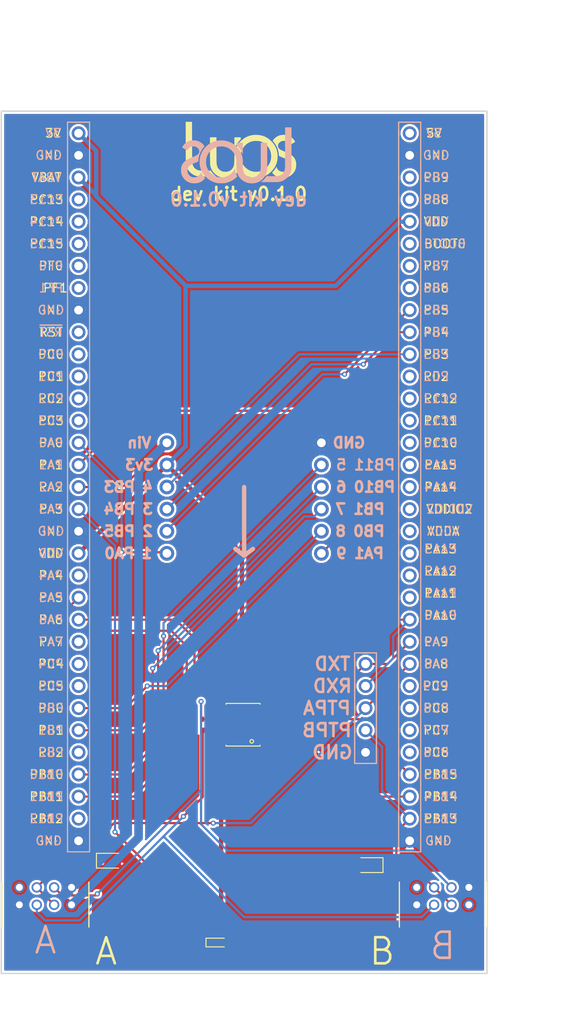
<source format=kicad_pcb>
(kicad_pcb (version 20171130) (host pcbnew "(5.0.1-3-g963ef8bb5)")
  (layers (0 F.Cu signal) (31 B.Cu signal) (34 B.Paste user) (35 F.Paste user) (36 B.SilkS user) (37 F.SilkS user) (38 B.Mask user hide) (39 F.Mask user) (44 Edge.Cuts user))
  (net 0 "")
  (net 1 /Vin)
  (net 2 /RS485_LVL_DOWN)
  (net 3 /RS485_LVL_UP)
  (net 4 /RxD)
  (net 5 /RE)
  (net 6 /DE)
  (net 7 /TxD)
  (net 8 GND)
  (net 9 /A_RS_485_N)
  (net 10 /B_RS_485_P)
  (net 11 +3V3)
  (net 12 +5VP)
  (net 13 /PTPA)
  (net 14 /PTPB)
  (net 15 "Net-(J5-Pad49)")
  (net 16 "Net-(D5-Pad1)")
  (net 17 "Net-(J5-Pad50)")
  (net 18 /PTPB_PRO)
  (net 19 /PTPA_PRO)
  (net 20 "Net-(J5-Pad63)")
  (net 21 "Net-(J5-Pad62)")
  (net 22 "Net-(J5-Pad61)")
  (net 23 "Net-(J5-Pad60)")
  (net 24 "Net-(J5-Pad59)")
  (net 25 "Net-(J5-Pad57)")
  (net 26 "Net-(J5-Pad56)")
  (net 27 "Net-(J5-Pad55)")
  (net 28 "Net-(J5-Pad54)")
  (net 29 "Net-(J5-Pad53)")
  (net 30 /TIM2.1/ADC0)
  (net 31 /TIM2.2/ADC1)
  (net 32 "Net-(J5-Pad46)")
  (net 33 "Net-(J5-Pad43)")
  (net 34 "Net-(J5-Pad42)")
  (net 35 "Net-(J5-Pad41)")
  (net 36 /TIM3.3)
  (net 37 /TIM3.4)
  (net 38 "Net-(J5-Pad38)")
  (net 39 /TX/SCL/TIM2.3)
  (net 40 /RX/SDA/TIM2.4)
  (net 41 "Net-(J5-Pad35)")
  (net 42 "Net-(J5-Pad29)")
  (net 43 "Net-(J5-Pad28)")
  (net 44 "Net-(J5-Pad27)")
  (net 45 "Net-(J5-Pad26)")
  (net 46 "Net-(J5-Pad22)")
  (net 47 "Net-(J5-Pad21)")
  (net 48 "Net-(J5-Pad20)")
  (net 49 "Net-(J5-Pad19)")
  (net 50 "Net-(J5-Pad18)")
  (net 51 "Net-(J5-Pad17)")
  (net 52 "Net-(J5-Pad16)")
  (net 53 "Net-(J5-Pad15)")
  (net 54 "Net-(J5-Pad14)")
  (net 55 "Net-(J5-Pad13)")
  (net 56 "Net-(J5-Pad12)")
  (net 57 /SCK/CK)
  (net 58 /MISO/MCK)
  (net 59 /MOSI/SD)
  (net 60 "Net-(J5-Pad8)")
  (net 61 "Net-(J5-Pad7)")
  (net 62 "Net-(J5-Pad6)")
  (net 63 "Net-(J5-Pad4)")
  (net 64 "Net-(J5-Pad3)")
  (module Common_Footprint:Luos_logo (layer B.Cu) (at 40.177501 30.167501 180)
    (fp_text reference "" hide)
    (fp_text value "" hide)
  )
  (module Common_Footprint:826926-5 (layer B.Cu) (at 55.417501 93.667501 90)
    (fp_text reference J6 hide)
    (fp_text value Header5Contacts hide)
    (pad 1 thru_hole circle (at -5.08 0 90) (size 1.6 1.6) (drill 1) (layers *.Cu *.Mask) (net 8 GND))
    (pad 2 thru_hole circle (at -2.54 0 90) (size 1.6 1.6) (drill 1) (layers *.Cu *.Mask) (net 14 /PTPB))
    (pad 3 thru_hole circle (at 0 0 90) (size 1.6 1.6) (drill 1) (layers *.Cu *.Mask) (net 13 /PTPA))
    (pad 4 thru_hole circle (at 2.54 0 90) (size 1.6 1.6) (drill 1) (layers *.Cu *.Mask) (net 4 /RxD))
    (pad 5 thru_hole circle (at 5.08 0 90) (size 1.6 1.6) (drill 1) (layers *.Cu *.Mask) (net 7 /TxD))
  )
  (module Common_Footprint:Discovery_Socket (layer B.Cu) (at 41.446502 68.266502 180)
    (fp_text reference J5)
    (fp_text value Discovery_Socket)
    (fp_text user 3V (at 21.971 40.64 180) (layer B.SilkS) (effects (justify mirror)))
    (fp_text user GND (at 22.479 38.1 180) (layer B.SilkS) (effects (justify mirror)))
    (fp_text user VBAT (at 22.733 35.56 180) (layer B.SilkS) (effects (justify mirror)))
    (fp_text user PC13 (at 22.733 33.02 180) (layer B.SilkS) (effects (justify mirror)))
    (fp_text user PC14 (at 22.733 30.48 180) (layer B.SilkS) (effects (justify mirror)))
    (fp_text user PC15 (at 22.733 27.94 180) (layer B.SilkS) (effects (justify mirror)))
    (fp_text user PF0 (at 22.225 25.4 180) (layer B.SilkS) (effects (justify mirror)))
    (fp_text user 3V (at 21.971 40.64 180) (layer F.SilkS))
    (fp_text user GND (at 22.479 38.1 180) (layer F.SilkS))
    (fp_text user VBAT (at 22.733 35.56 180) (layer F.SilkS))
    (fp_text user PC13 (at 22.733 33.02 180) (layer F.SilkS))
    (fp_text user PC14 (at 22.733 30.48 180) (layer F.SilkS))
    (fp_text user PC15 (at 22.733 27.94 180) (layer F.SilkS))
    (fp_text user PF0 (at 22.225 25.4 180) (layer F.SilkS))
    (fp_text user VDD (at 22.225 -7.62 180) (layer B.SilkS) (effects (justify mirror)))
    (fp_text user PA4 (at 22.225 -10.16 180) (layer B.SilkS) (effects (justify mirror)))
    (fp_text user PA5 (at 22.225 -12.7 180) (layer B.SilkS) (effects (justify mirror)))
    (fp_text user PA6 (at 22.225 -15.24 180) (layer B.SilkS) (effects (justify mirror)))
    (fp_text user PA7 (at 22.225 -17.78 180) (layer B.SilkS) (effects (justify mirror)))
    (fp_text user PC4 (at 22.225 -20.32 180) (layer B.SilkS) (effects (justify mirror)))
    (fp_text user PC5 (at 22.225 -22.86 180) (layer B.SilkS) (effects (justify mirror)))
    (fp_text user PB0 (at 22.225 -25.4 180) (layer B.SilkS) (effects (justify mirror)))
    (fp_text user PB1 (at 22.225 -27.94 180) (layer B.SilkS) (effects (justify mirror)))
    (fp_text user PB2 (at 22.225 -30.48 180) (layer B.SilkS) (effects (justify mirror)))
    (fp_text user PB10 (at 22.733 -33.02 180) (layer B.SilkS) (effects (justify mirror)))
    (fp_text user PB11 (at 22.733 -35.56 180) (layer B.SilkS) (effects (justify mirror)))
    (fp_text user PB12 (at 22.733 -38.1 180) (layer B.SilkS) (effects (justify mirror)))
    (fp_text user PC3 (at 22.225 7.62 180) (layer F.SilkS))
    (fp_text user PC2 (at 22.225 10.16 180) (layer B.SilkS) (effects (justify mirror)))
    (fp_text user PC1 (at 22.225 12.7 180) (layer F.SilkS))
    (fp_text user PC0 (at 22.225 15.24 180) (layer F.SilkS))
    (fp_text user ~RST (at 22.225 17.78 180) (layer F.SilkS))
    (fp_text user PC3 (at 22.225 7.62 180) (layer B.SilkS) (effects (justify mirror)))
    (fp_text user PC2 (at 22.225 10.16 180) (layer F.SilkS))
    (fp_text user PC1 (at 22.225 12.7 180) (layer B.SilkS) (effects (justify mirror)))
    (fp_text user PC0 (at 22.225 15.24 180) (layer B.SilkS) (effects (justify mirror)))
    (fp_text user ~RST (at 22.225 17.78 180) (layer B.SilkS) (effects (justify mirror)))
    (fp_text user PA1 (at 22.225 2.54 180) (layer B.SilkS) (effects (justify mirror)))
    (fp_text user PA0 (at 22.225 5.08 180) (layer B.SilkS) (effects (justify mirror)))
    (fp_text user PA0 (at 22.225 5.08 180) (layer F.SilkS))
    (fp_text user GND (at 22.225 -5.08 180) (layer B.SilkS) (effects (justify mirror)))
    (fp_text user PA3 (at 22.225 -2.54 180) (layer B.SilkS) (effects (justify mirror)))
    (fp_text user PA2 (at 22.225 0 180) (layer B.SilkS) (effects (justify mirror)))
    (fp_text user PA2 (at 22.225 0 180) (layer F.SilkS))
    (fp_text user GND (at 22.225 -5.08 180) (layer F.SilkS))
    (fp_text user PA1 (at 22.225 2.54 180) (layer F.SilkS))
    (fp_text user PA3 (at 22.225 -2.54 180) (layer F.SilkS))
    (fp_text user GND (at 22.225 20.32 180) (layer F.SilkS))
    (fp_text user GND (at 22.225 20.32 180) (layer B.SilkS) (effects (justify mirror)))
    (fp_text user PF1 (at 21.717 22.86 180) (layer F.SilkS))
    (fp_text user PF1 (at 22.225 22.86 180) (layer B.SilkS) (effects (justify mirror)))
    (fp_text user GND (at 22.479 -40.64 180) (layer B.SilkS) (effects (justify mirror)))
    (fp_text user GND (at 22.479 -40.64 180) (layer F.SilkS))
    (fp_text user PB12 (at 22.733 -38.1 180) (layer F.SilkS))
    (fp_text user PB11 (at 22.733 -35.56 180) (layer F.SilkS))
    (fp_text user PB10 (at 22.733 -33.02 180) (layer F.SilkS))
    (fp_text user PB2 (at 22.225 -30.48 180) (layer F.SilkS))
    (fp_text user PB1 (at 22.225 -27.94 180) (layer F.SilkS))
    (fp_text user PB0 (at 22.225 -25.4 180) (layer F.SilkS))
    (fp_text user PC5 (at 22.225 -22.86 180) (layer F.SilkS))
    (fp_text user PC4 (at 22.225 -20.32 180) (layer F.SilkS))
    (fp_text user PA7 (at 22.225 -17.78 180) (layer F.SilkS))
    (fp_text user PA6 (at 22.225 -15.24 180) (layer F.SilkS))
    (fp_text user PA5 (at 22.225 -12.7 180) (layer F.SilkS))
    (fp_text user PA4 (at 22.225 -10.16 180) (layer F.SilkS))
    (fp_text user VDD (at 22.225 -7.62 180) (layer F.SilkS))
    (fp_text user 5V (at -21.844 40.64 180) (layer B.SilkS) (effects (justify mirror)))
    (fp_text user GND (at -22.098 38.1 180) (layer B.SilkS) (effects (justify mirror)))
    (fp_text user PB9 (at -22.098 35.56 180) (layer B.SilkS) (effects (justify mirror)))
    (fp_text user PB8 (at -22.098 33.02 180) (layer B.SilkS) (effects (justify mirror)))
    (fp_text user VDD (at -22.098 30.48 180) (layer B.SilkS) (effects (justify mirror)))
    (fp_text user BOOT0 (at -23.114 27.94 180) (layer B.SilkS) (effects (justify mirror)))
    (fp_text user PB7 (at -22.098 25.4 180) (layer B.SilkS) (effects (justify mirror)))
    (fp_text user PB6 (at -22.098 22.86 180) (layer B.SilkS) (effects (justify mirror)))
    (fp_text user PB5 (at -22.098 20.32 180) (layer B.SilkS) (effects (justify mirror)))
    (fp_text user PB4 (at -22.098 17.78 180) (layer B.SilkS) (effects (justify mirror)))
    (fp_text user PB3 (at -22.098 15.24 180) (layer B.SilkS) (effects (justify mirror)))
    (fp_text user PD2 (at -22.098 12.7 180) (layer B.SilkS) (effects (justify mirror)))
    (fp_text user PC12 (at -22.606 10.16 180) (layer B.SilkS) (effects (justify mirror)))
    (fp_text user PC11 (at -22.606 7.62 180) (layer B.SilkS) (effects (justify mirror)))
    (fp_text user PC10 (at -22.606 5.08 180) (layer B.SilkS) (effects (justify mirror)))
    (fp_text user PA15 (at -22.606 2.54 180) (layer B.SilkS) (effects (justify mirror)))
    (fp_text user PA14 (at -22.606 0 180) (layer B.SilkS) (effects (justify mirror)))
    (fp_text user VDDIO2 (at -23.622 -2.54 180) (layer B.SilkS) (effects (justify mirror)))
    (fp_text user VDDA (at -22.9235 -5.08 180) (layer B.SilkS) (effects (justify mirror)))
    (fp_text user PA13 (at -22.606 -7.112 180) (layer B.SilkS) (effects (justify mirror)))
    (fp_text user PA12 (at -22.606 -9.652 180) (layer B.SilkS) (effects (justify mirror)))
    (fp_text user PA11 (at -22.606 -12.192 180) (layer B.SilkS) (effects (justify mirror)))
    (fp_text user PA10 (at -22.606 -14.732 180) (layer B.SilkS) (effects (justify mirror)))
    (fp_text user PA9 (at -22.098 -17.78 180) (layer B.SilkS) (effects (justify mirror)))
    (fp_text user PA8 (at -22.098 -20.32 180) (layer B.SilkS) (effects (justify mirror)))
    (fp_text user PC9 (at -22.0345 -22.86 180) (layer B.SilkS) (effects (justify mirror)))
    (fp_text user PC8 (at -22.098 -25.4 180) (layer B.SilkS) (effects (justify mirror)))
    (fp_text user PC7 (at -22.098 -27.94 180) (layer B.SilkS) (effects (justify mirror)))
    (fp_text user PC6 (at -22.098 -30.48 180) (layer B.SilkS) (effects (justify mirror)))
    (fp_text user PB15 (at -22.606 -33.02 180) (layer B.SilkS) (effects (justify mirror)))
    (fp_text user PB14 (at -22.606 -35.56 180) (layer B.SilkS) (effects (justify mirror)))
    (fp_text user PB13 (at -22.606 -38.1 180) (layer B.SilkS) (effects (justify mirror)))
    (fp_text user GND (at -22.352 -40.64) (layer F.SilkS))
    (fp_text user GND (at -22.352 -40.64) (layer B.SilkS) (effects (justify mirror)))
    (fp_text user PB13 (at -22.606 -38.1 180) (layer F.SilkS))
    (fp_text user PB14 (at -22.606 -35.56 180) (layer F.SilkS))
    (fp_text user PB15 (at -22.606 -33.02 180) (layer F.SilkS))
    (fp_text user PC6 (at -22.098 -30.48 180) (layer F.SilkS))
    (fp_text user PC7 (at -22.098 -27.94 180) (layer F.SilkS))
    (fp_text user PC8 (at -22.098 -25.4 180) (layer F.SilkS))
    (fp_text user PC9 (at -22.0345 -22.86 180) (layer F.SilkS))
    (fp_text user PA8 (at -22.098 -20.32 180) (layer F.SilkS))
    (fp_text user PA9 (at -22.098 -17.78 180) (layer F.SilkS))
    (fp_text user PA10 (at -22.606 -14.732 180) (layer F.SilkS))
    (fp_text user PA11 (at -22.606 -12.192 180) (layer F.SilkS))
    (fp_text user PA12 (at -22.606 -9.652 180) (layer F.SilkS))
    (fp_text user PA13 (at -22.606 -7.112 180) (layer F.SilkS))
    (fp_text user VDDA (at -22.9235 -5.08 180) (layer F.SilkS))
    (fp_text user VDDIO2 (at -23.622 -2.54 180) (layer F.SilkS))
    (fp_text user PA14 (at -22.606 0 180) (layer F.SilkS))
    (fp_text user PA15 (at -22.606 2.54 180) (layer F.SilkS))
    (fp_text user PC10 (at -22.606 5.08 180) (layer F.SilkS))
    (fp_text user PC11 (at -22.606 7.62 180) (layer F.SilkS))
    (fp_text user PC12 (at -22.606 10.16 180) (layer F.SilkS))
    (fp_text user PD2 (at -22.098 12.7 180) (layer F.SilkS))
    (fp_text user PB3 (at -22.098 15.24 180) (layer F.SilkS))
    (fp_text user PB4 (at -22.098 17.78 180) (layer F.SilkS))
    (fp_text user PB5 (at -22.098 20.32 180) (layer F.SilkS))
    (fp_text user PB6 (at -22.098 22.86 180) (layer F.SilkS))
    (fp_text user PB7 (at -22.098 25.4 180) (layer F.SilkS))
    (fp_text user BOOT0 (at -23.114 27.94 180) (layer F.SilkS))
    (fp_text user VDD (at -22.098 30.48 180) (layer F.SilkS))
    (fp_text user PB8 (at -22.098 33.02 180) (layer F.SilkS))
    (fp_text user PB9 (at -22.098 35.56 180) (layer F.SilkS))
    (fp_text user GND (at -22.098 38.1 180) (layer F.SilkS))
    (fp_text user 5V (at -21.844 40.64 180) (layer F.SilkS))
    (pad 1 thru_hole circle (at -19.05 40.64 180) (size 1.6 1.6) (drill 1) (layers *.Cu *.Mask) (net 12 +5VP))
    (pad 2 thru_hole circle (at -19.05 38.1 180) (size 1.6 1.6) (drill 1) (layers *.Cu *.Mask) (net 8 GND))
    (pad 3 thru_hole circle (at -19.05 35.56 180) (size 1.6 1.6) (drill 1) (layers *.Cu *.Mask) (net 64 "Net-(J5-Pad3)"))
    (pad 4 thru_hole circle (at -19.05 33.02 180) (size 1.6 1.6) (drill 1) (layers *.Cu *.Mask) (net 63 "Net-(J5-Pad4)"))
    (pad 5 thru_hole circle (at -19.05 30.48 180) (size 1.6 1.6) (drill 1) (layers *.Cu *.Mask) (net 11 +3V3))
    (pad 6 thru_hole circle (at -19.05 27.94 180) (size 1.6 1.6) (drill 1) (layers *.Cu *.Mask) (net 62 "Net-(J5-Pad6)"))
    (pad 7 thru_hole circle (at -19.05 25.4 180) (size 1.6 1.6) (drill 1) (layers *.Cu *.Mask) (net 61 "Net-(J5-Pad7)"))
    (pad 8 thru_hole circle (at -19.05 22.86 180) (size 1.6 1.6) (drill 1) (layers *.Cu *.Mask) (net 60 "Net-(J5-Pad8)"))
    (pad 9 thru_hole circle (at -19.05 20.32 180) (size 1.6 1.6) (drill 1) (layers *.Cu *.Mask) (net 59 /MOSI/SD))
    (pad 10 thru_hole circle (at -19.05 17.78 180) (size 1.6 1.6) (drill 1) (layers *.Cu *.Mask) (net 58 /MISO/MCK))
    (pad 11 thru_hole circle (at -19.05 15.24 180) (size 1.6 1.6) (drill 1) (layers *.Cu *.Mask) (net 57 /SCK/CK))
    (pad 12 thru_hole circle (at -19.05 12.7 180) (size 1.6 1.6) (drill 1) (layers *.Cu *.Mask) (net 56 "Net-(J5-Pad12)"))
    (pad 13 thru_hole circle (at -19.05 10.16 180) (size 1.6 1.6) (drill 1) (layers *.Cu *.Mask) (net 55 "Net-(J5-Pad13)"))
    (pad 14 thru_hole circle (at -19.05 7.62 180) (size 1.6 1.6) (drill 1) (layers *.Cu *.Mask) (net 54 "Net-(J5-Pad14)"))
    (pad 15 thru_hole circle (at -19.05 5.08 180) (size 1.6 1.6) (drill 1) (layers *.Cu *.Mask) (net 53 "Net-(J5-Pad15)"))
    (pad 16 thru_hole circle (at -19.05 2.54 180) (size 1.6 1.6) (drill 1) (layers *.Cu *.Mask) (net 52 "Net-(J5-Pad16)"))
    (pad 17 thru_hole circle (at -19.05 0 180) (size 1.6 1.6) (drill 1) (layers *.Cu *.Mask) (net 51 "Net-(J5-Pad17)"))
    (pad 18 thru_hole circle (at -19.05 -2.54 180) (size 1.6 1.6) (drill 1) (layers *.Cu *.Mask) (net 50 "Net-(J5-Pad18)"))
    (pad 19 thru_hole circle (at -19.05 -5.08 180) (size 1.6 1.6) (drill 1) (layers *.Cu *.Mask) (net 49 "Net-(J5-Pad19)"))
    (pad 20 thru_hole circle (at -19.05 -7.62 180) (size 1.6 1.6) (drill 1) (layers *.Cu *.Mask) (net 48 "Net-(J5-Pad20)"))
    (pad 21 thru_hole circle (at -19.05 -10.16 180) (size 1.6 1.6) (drill 1) (layers *.Cu *.Mask) (net 47 "Net-(J5-Pad21)"))
    (pad 22 thru_hole circle (at -19.05 -12.7 180) (size 1.6 1.6) (drill 1) (layers *.Cu *.Mask) (net 46 "Net-(J5-Pad22)"))
    (pad 23 thru_hole circle (at -19.05 -15.24 180) (size 1.6 1.6) (drill 1) (layers *.Cu *.Mask) (net 4 /RxD))
    (pad 24 thru_hole circle (at -19.05 -17.78 180) (size 1.6 1.6) (drill 1) (layers *.Cu *.Mask) (net 7 /TxD))
    (pad 25 thru_hole circle (at -19.05 -20.32 180) (size 1.6 1.6) (drill 1) (layers *.Cu *.Mask) (net 13 /PTPA))
    (pad 26 thru_hole circle (at -19.05 -22.86 180) (size 1.6 1.6) (drill 1) (layers *.Cu *.Mask) (net 45 "Net-(J5-Pad26)"))
    (pad 27 thru_hole circle (at -19.05 -25.4 180) (size 1.6 1.6) (drill 1) (layers *.Cu *.Mask) (net 44 "Net-(J5-Pad27)"))
    (pad 28 thru_hole circle (at -19.05 -27.94 180) (size 1.6 1.6) (drill 1) (layers *.Cu *.Mask) (net 43 "Net-(J5-Pad28)"))
    (pad 29 thru_hole circle (at -19.05 -30.48 180) (size 1.6 1.6) (drill 1) (layers *.Cu *.Mask) (net 42 "Net-(J5-Pad29)"))
    (pad 30 thru_hole circle (at -19.05 -33.02 180) (size 1.6 1.6) (drill 1) (layers *.Cu *.Mask) (net 6 /DE))
    (pad 31 thru_hole circle (at -19.05 -35.56 180) (size 1.6 1.6) (drill 1) (layers *.Cu *.Mask) (net 5 /RE))
    (pad 32 thru_hole circle (at -19.05 -38.1 180) (size 1.6 1.6) (drill 1) (layers *.Cu *.Mask) (net 14 /PTPB))
    (pad 33 thru_hole circle (at -19.05 -40.64 180) (size 1.6 1.6) (drill 1) (layers *.Cu *.Mask) (net 8 GND))
    (pad 34 thru_hole circle (at 19.05 -40.64) (size 1.6 1.6) (drill 1) (layers *.Cu *.Mask) (net 8 GND))
    (pad 35 thru_hole circle (at 19.05 -38.1) (size 1.6 1.6) (drill 1) (layers *.Cu *.Mask) (net 41 "Net-(J5-Pad35)"))
    (pad 36 thru_hole circle (at 19.05 -35.56) (size 1.6 1.6) (drill 1) (layers *.Cu *.Mask) (net 40 /RX/SDA/TIM2.4))
    (pad 37 thru_hole circle (at 19.05 -33.02) (size 1.6 1.6) (drill 1) (layers *.Cu *.Mask) (net 39 /TX/SCL/TIM2.3))
    (pad 38 thru_hole circle (at 19.05 -30.48) (size 1.6 1.6) (drill 1) (layers *.Cu *.Mask) (net 38 "Net-(J5-Pad38)"))
    (pad 39 thru_hole circle (at 19.05 -27.94) (size 1.6 1.6) (drill 1) (layers *.Cu *.Mask) (net 37 /TIM3.4))
    (pad 40 thru_hole circle (at 19.05 -25.4) (size 1.6 1.6) (drill 1) (layers *.Cu *.Mask) (net 36 /TIM3.3))
    (pad 41 thru_hole circle (at 19.05 -22.86) (size 1.6 1.6) (drill 1) (layers *.Cu *.Mask) (net 35 "Net-(J5-Pad41)"))
    (pad 42 thru_hole circle (at 19.05 -20.32) (size 1.6 1.6) (drill 1) (layers *.Cu *.Mask) (net 34 "Net-(J5-Pad42)"))
    (pad 43 thru_hole circle (at 19.05 -17.78) (size 1.6 1.6) (drill 1) (layers *.Cu *.Mask) (net 33 "Net-(J5-Pad43)"))
    (pad 44 thru_hole circle (at 19.05 -15.24) (size 1.6 1.6) (drill 1) (layers *.Cu *.Mask) (net 3 /RS485_LVL_UP))
    (pad 45 thru_hole circle (at 19.05 -12.7) (size 1.6 1.6) (drill 1) (layers *.Cu *.Mask) (net 2 /RS485_LVL_DOWN))
    (pad 46 thru_hole circle (at 19.05 -10.16) (size 1.6 1.6) (drill 1) (layers *.Cu *.Mask) (net 32 "Net-(J5-Pad46)"))
    (pad 47 thru_hole circle (at 19.05 -7.62) (size 1.6 1.6) (drill 1) (layers *.Cu *.Mask) (net 11 +3V3))
    (pad 48 thru_hole circle (at 19.05 -5.08) (size 1.6 1.6) (drill 1) (layers *.Cu *.Mask) (net 8 GND))
    (pad 49 thru_hole circle (at 19.05 -2.54) (size 1.6 1.6) (drill 1) (layers *.Cu *.Mask) (net 15 "Net-(J5-Pad49)"))
    (pad 50 thru_hole circle (at 19.05 0) (size 1.6 1.6) (drill 1) (layers *.Cu *.Mask) (net 17 "Net-(J5-Pad50)"))
    (pad 51 thru_hole circle (at 19.05 2.54) (size 1.6 1.6) (drill 1) (layers *.Cu *.Mask) (net 31 /TIM2.2/ADC1))
    (pad 52 thru_hole circle (at 19.05 5.08) (size 1.6 1.6) (drill 1) (layers *.Cu *.Mask) (net 30 /TIM2.1/ADC0))
    (pad 53 thru_hole circle (at 19.05 7.62) (size 1.6 1.6) (drill 1) (layers *.Cu *.Mask) (net 29 "Net-(J5-Pad53)"))
    (pad 54 thru_hole circle (at 19.05 10.16) (size 1.6 1.6) (drill 1) (layers *.Cu *.Mask) (net 28 "Net-(J5-Pad54)"))
    (pad 55 thru_hole circle (at 19.05 12.7) (size 1.6 1.6) (drill 1) (layers *.Cu *.Mask) (net 27 "Net-(J5-Pad55)"))
    (pad 56 thru_hole circle (at 19.05 15.24) (size 1.6 1.6) (drill 1) (layers *.Cu *.Mask) (net 26 "Net-(J5-Pad56)"))
    (pad 57 thru_hole circle (at 19.05 17.78) (size 1.6 1.6) (drill 1) (layers *.Cu *.Mask) (net 25 "Net-(J5-Pad57)"))
    (pad 58 thru_hole circle (at 19.05 20.32) (size 1.6 1.6) (drill 1) (layers *.Cu *.Mask) (net 8 GND))
    (pad 59 thru_hole circle (at 19.05 22.86) (size 1.6 1.6) (drill 1) (layers *.Cu *.Mask) (net 24 "Net-(J5-Pad59)"))
    (pad 60 thru_hole circle (at 19.05 25.4) (size 1.6 1.6) (drill 1) (layers *.Cu *.Mask) (net 23 "Net-(J5-Pad60)"))
    (pad 61 thru_hole circle (at 19.05 27.94) (size 1.6 1.6) (drill 1) (layers *.Cu *.Mask) (net 22 "Net-(J5-Pad61)"))
    (pad 62 thru_hole circle (at 19.05 30.48) (size 1.6 1.6) (drill 1) (layers *.Cu *.Mask) (net 21 "Net-(J5-Pad62)"))
    (pad 63 thru_hole circle (at 19.05 33.02) (size 1.6 1.6) (drill 1) (layers *.Cu *.Mask) (net 20 "Net-(J5-Pad63)"))
    (pad 64 thru_hole circle (at 19.05 35.56) (size 1.6 1.6) (drill 1) (layers *.Cu *.Mask) (net 11 +3V3))
    (pad 65 thru_hole circle (at 19.05 38.1) (size 1.6 1.6) (drill 1) (layers *.Cu *.Mask) (net 8 GND))
    (pad 66 thru_hole circle (at 19.05 40.64) (size 1.6 1.6) (drill 1) (layers *.Cu *.Mask) (net 11 +3V3))
  )
  (module Common_Footprint:826926-6 (layer B.Cu) (at 50.337501 69.537501 270)
    (fp_text reference J4)
    (fp_text value Header6Contacts hide)
    (pad 3 thru_hole circle (at -1.27 0 270) (size 1.7 1.7) (drill 1) (layers *.Cu *.Mask) (net 39 /TX/SCL/TIM2.3))
    (pad 4 thru_hole circle (at 1.27 0 270) (size 1.7 1.7) (drill 1) (layers *.Cu *.Mask) (net 37 /TIM3.4))
    (pad 2 thru_hole circle (at -3.81 0 270) (size 1.7 1.7) (drill 1) (layers *.Cu *.Mask) (net 40 /RX/SDA/TIM2.4))
    (pad 1 thru_hole circle (at -6.35 0 270) (size 1.7 1.7) (drill 1) (layers *.Cu *.Mask) (net 8 GND))
    (pad 5 thru_hole circle (at 3.81 0 270) (size 1.7 1.7) (drill 1) (layers *.Cu *.Mask) (net 36 /TIM3.3))
    (pad 6 thru_hole circle (at 6.35 0 270) (size 1.7 1.7) (drill 1) (layers *.Cu *.Mask) (net 31 /TIM2.2/ADC1))
  )
  (module Common_Footprint:826926-6 (layer B.Cu) (at 32.557501 69.537501 90)
    (fp_text reference J3)
    (fp_text value Header6Contacts hide)
    (pad 6 thru_hole circle (at 6.35 0 90) (size 1.7 1.7) (drill 1) (layers *.Cu *.Mask) (net 1 /Vin))
    (pad 5 thru_hole circle (at 3.81 0 90) (size 1.7 1.7) (drill 1) (layers *.Cu *.Mask) (net 11 +3V3))
    (pad 1 thru_hole circle (at -6.35 0 90) (size 1.7 1.7) (drill 1) (layers *.Cu *.Mask) (net 30 /TIM2.1/ADC0))
    (pad 2 thru_hole circle (at -3.81 0 90) (size 1.7 1.7) (drill 1) (layers *.Cu *.Mask) (net 59 /MOSI/SD))
    (pad 4 thru_hole circle (at 1.27 0 90) (size 1.7 1.7) (drill 1) (layers *.Cu *.Mask) (net 57 /SCK/CK))
    (pad 3 thru_hole circle (at -1.27 0 90) (size 1.7 1.7) (drill 1) (layers *.Cu *.Mask) (net 58 /MISO/MCK))
  )
  (module Common_Footprint:C_0402_NoSilk (layer F.Cu) (at 40.727501 92.397501 180)
    (fp_text reference C7 hide)
    (fp_text value 100nF hide)
    (pad 1 smd rect (at -0.55 0 180) (size 0.6 0.5) (layers F.Cu F.Paste F.Mask) (net 11 +3V3))
    (pad 2 smd rect (at 0.55 0 180) (size 0.6 0.5) (layers F.Cu F.Paste F.Mask) (net 8 GND))
  )
  (module "Common_Footprint:DF11-8DP-2DS(24)" (layer F.Cu) (at 18.587501 115.257501 180)
    (fp_text reference J2)
    (fp_text value "DF11-8DP-2DS(24)" hide)
    (pad 8 thru_hole circle (at -3 -1 180) (size 1.2 1.2) (drill 0.8) (layers *.Cu *.Mask) (net 1 /Vin))
    (pad 7 thru_hole circle (at -3 1 180) (size 1.2 1.2) (drill 0.8) (layers *.Cu *.Mask) (net 8 GND))
    (pad 6 thru_hole circle (at -1 -1 180) (size 1.2 1.2) (drill 0.8) (layers *.Cu *.Mask) (net 19 /PTPA_PRO))
    (pad 5 thru_hole circle (at -1 1 180) (size 1.2 1.2) (drill 0.8) (layers *.Cu *.Mask) (net 9 /A_RS_485_N))
    (pad 4 thru_hole circle (at 1 -1 180) (size 1.2 1.2) (drill 0.8) (layers *.Cu *.Mask) (net 10 /B_RS_485_P))
    (pad 3 thru_hole circle (at 1 1 180) (size 1.2 1.2) (drill 0.8) (layers *.Cu *.Mask) (net 19 /PTPA_PRO))
    (pad 2 thru_hole circle (at 3 -1 180) (size 1.2 1.2) (drill 0.8) (layers *.Cu *.Mask) (net 8 GND))
    (pad 1 thru_hole circle (at 3 1 180) (size 1.2 1.2) (drill 0.8) (layers *.Cu *.Mask) (net 1 /Vin))
  )
  (module "Common_Footprint:DF11-8DP-2DS(24)" (layer F.Cu) (at 64.307501 115.257501 180)
    (fp_text reference J1)
    (fp_text value "DF11-8DP-2DS(24)" hide)
    (pad 1 thru_hole circle (at 3 1 180) (size 1.2 1.2) (drill 0.8) (layers *.Cu *.Mask) (net 1 /Vin))
    (pad 2 thru_hole circle (at 3 -1 180) (size 1.2 1.2) (drill 0.8) (layers *.Cu *.Mask) (net 8 GND))
    (pad 3 thru_hole circle (at 1 1 180) (size 1.2 1.2) (drill 0.8) (layers *.Cu *.Mask) (net 18 /PTPB_PRO))
    (pad 4 thru_hole circle (at 1 -1 180) (size 1.2 1.2) (drill 0.8) (layers *.Cu *.Mask) (net 10 /B_RS_485_P))
    (pad 5 thru_hole circle (at -1 1 180) (size 1.2 1.2) (drill 0.8) (layers *.Cu *.Mask) (net 9 /A_RS_485_N))
    (pad 6 thru_hole circle (at -1 -1 180) (size 1.2 1.2) (drill 0.8) (layers *.Cu *.Mask) (net 18 /PTPB_PRO))
    (pad 7 thru_hole circle (at -3 1 180) (size 1.2 1.2) (drill 0.8) (layers *.Cu *.Mask) (net 8 GND))
    (pad 8 thru_hole circle (at -3 -1 180) (size 1.2 1.2) (drill 0.8) (layers *.Cu *.Mask) (net 1 /Vin))
  )
  (module Common_Footprint:D_SOD-323F (layer F.Cu) (at 25.953501 111.193501)
    (fp_text reference D3 hide)
    (fp_text value D_Zener hide)
    (pad 2 smd rect (at 1.1 0) (size 0.5 0.5) (layers F.Cu F.Paste F.Mask) (net 8 GND))
    (pad 1 smd rect (at -1.1 0) (size 0.5 0.5) (layers F.Cu F.Paste F.Mask) (net 13 /PTPA))
  )
  (module Common_Footprint:D_SOD-323F (layer F.Cu) (at 55.925501 111.701501 180)
    (fp_text reference D2 hide)
    (fp_text value D_Zener hide)
    (pad 1 smd rect (at -1.1 0 180) (size 0.5 0.5) (layers F.Cu F.Paste F.Mask) (net 14 /PTPB))
    (pad 2 smd rect (at 1.1 0 180) (size 0.5 0.5) (layers F.Cu F.Paste F.Mask) (net 8 GND))
  )
  (module Common_Footprint:LED_0603 (layer F.Cu) (at 38.361501 120.591501)
    (fp_text reference D5)
    (fp_text value SMLE13BC8TT86)
    (pad 1 smd rect (at -0.8 0 180) (size 0.8 0.8) (layers F.Cu F.Paste F.Mask) (net 16 "Net-(D5-Pad1)"))
    (pad 2 smd rect (at 0.8 0 180) (size 0.8 0.8) (layers F.Cu F.Paste F.Mask) (net 11 +3V3))
  )
  (module Common_Footprint:R_0402_NoSilk (layer F.Cu) (at 36.182501 94.937501 180)
    (fp_text reference R7)
    (fp_text value 10K hide)
    (pad 2 smd rect (at 0.45 0 180) (size 0.4 0.6) (layers F.Cu F.Paste F.Mask) (net 3 /RS485_LVL_UP))
    (pad 1 smd rect (at -0.45 0 180) (size 0.4 0.6) (layers F.Cu F.Paste F.Mask) (net 9 /A_RS_485_N))
  )
  (module Common_Footprint:R_0402_NoSilk (layer F.Cu) (at 36.240501 96.207501)
    (fp_text reference R6)
    (fp_text value 10K hide)
    (pad 1 smd rect (at -0.45 0) (size 0.4 0.6) (layers F.Cu F.Paste F.Mask) (net 2 /RS485_LVL_DOWN))
    (pad 2 smd rect (at 0.45 0) (size 0.4 0.6) (layers F.Cu F.Paste F.Mask) (net 10 /B_RS_485_P))
  )
  (module Common_Footprint:R_0402_NoSilk (layer F.Cu) (at 22.905501 111.193501 180)
    (fp_text reference R2)
    (fp_text value 100 hide)
    (pad 1 smd rect (at -0.45 0 180) (size 0.4 0.6) (layers F.Cu F.Paste F.Mask) (net 13 /PTPA))
    (pad 2 smd rect (at 0.45 0 180) (size 0.4 0.6) (layers F.Cu F.Paste F.Mask) (net 19 /PTPA_PRO))
  )
  (module Common_Footprint:R_0402_NoSilk (layer F.Cu) (at 59.412501 111.701501)
    (fp_text reference R1)
    (fp_text value 100 hide)
    (pad 2 smd rect (at 0.45 0) (size 0.4 0.6) (layers F.Cu F.Paste F.Mask) (net 18 /PTPB_PRO))
    (pad 1 smd rect (at -0.45 0) (size 0.4 0.6) (layers F.Cu F.Paste F.Mask) (net 14 /PTPB))
  )
  (module Common_Footprint:R_0402_NoSilk (layer F.Cu) (at 25.641501 68.140501)
    (fp_text reference R11)
    (fp_text value 68K hide)
    (pad 2 smd rect (at 0.45 0) (size 0.4 0.6) (layers F.Cu F.Paste F.Mask) (net 1 /Vin))
    (pad 1 smd rect (at -0.45 0) (size 0.4 0.6) (layers F.Cu F.Paste F.Mask) (net 17 "Net-(J5-Pad50)"))
  )
  (module Common_Footprint:R_0402_NoSilk (layer F.Cu) (at 25.699501 69.283501 180)
    (fp_text reference R12)
    (fp_text value 10K hide)
    (pad 1 smd rect (at -0.45 0 180) (size 0.4 0.6) (layers F.Cu F.Paste F.Mask) (net 8 GND))
    (pad 2 smd rect (at 0.45 0 180) (size 0.4 0.6) (layers F.Cu F.Paste F.Mask) (net 17 "Net-(J5-Pad50)"))
  )
  (module Common_Footprint:R_0402_NoSilk (layer F.Cu) (at 34.843501 118.490501 90)
    (fp_text reference R13)
    (fp_text value 82 hide)
    (pad 2 smd rect (at 0.45 0 90) (size 0.4 0.6) (layers F.Cu F.Paste F.Mask) (net 15 "Net-(J5-Pad49)"))
    (pad 1 smd rect (at -0.45 0 90) (size 0.4 0.6) (layers F.Cu F.Paste F.Mask) (net 16 "Net-(D5-Pad1)"))
  )
  (module Common_Footprint:SO8 (layer F.Cu) (at 41.3215 95.5735 90)
    (fp_text reference U1)
    (fp_text value ST3485ECDR hide)
    (pad 6 smd rect (at 0.635 -2.525 270) (size 0.61 1.77) (layers F.Cu F.Paste F.Mask) (net 9 /A_RS_485_N))
    (pad 8 smd rect (at -1.905 -2.525 270) (size 0.61 1.77) (layers F.Cu F.Paste F.Mask) (net 11 +3V3))
    (pad 7 smd rect (at -0.635 -2.525 270) (size 0.61 1.77) (layers F.Cu F.Paste F.Mask) (net 10 /B_RS_485_P))
    (pad 5 smd rect (at 1.905 -2.525 270) (size 0.61 1.77) (layers F.Cu F.Paste F.Mask) (net 8 GND))
    (pad 4 smd rect (at 1.905 2.525 90) (size 0.61 1.77) (layers F.Cu F.Paste F.Mask) (net 7 /TxD))
    (pad 3 smd rect (at 0.635 2.525 90) (size 0.61 1.77) (layers F.Cu F.Paste F.Mask) (net 6 /DE))
    (pad 2 smd rect (at -0.635 2.525 90) (size 0.61 1.77) (layers F.Cu F.Paste F.Mask) (net 5 /RE))
    (pad 1 smd rect (at -1.905 2.525 90) (size 0.61 1.77) (layers F.Cu F.Paste F.Mask) (net 4 /RxD))
  )
  (module Common_Footprint:Luos_logo (layer F.Cu) (at 41.447501 29.532501)
    (fp_text reference "" hide)
    (fp_text value "" hide)
  )
  (gr_line (start 41.447501 76.141501) (end 40.431501 75.379501) (layer B.SilkS) (width 0.5))
  (gr_line (start 41.447501 76.141501) (end 42.463501 75.379501) (layer B.SilkS) (width 0.5))
  (gr_line (start 41.447501 68.267501) (end 41.447501 76.141501) (layer B.SilkS) (width 0.5))
  (gr_text GND (at 51.607501 98.747501) (layer B.SilkS) (effects (font (size 1.5 1.5) (thickness 0.3)) (justify mirror)))
  (gr_text PTPB (at 50.972501 96.207501) (layer B.SilkS) (effects (font (size 1.5 1.5) (thickness 0.3)) (justify mirror)))
  (gr_text PTPA (at 50.972501 93.667501) (layer B.SilkS) (effects (font (size 1.5 1.5) (thickness 0.3)) (justify mirror)))
  (gr_text RXD (at 51.607501 91.127501) (layer B.SilkS) (effects (font (size 1.5 1.5) (thickness 0.3)) (justify mirror)))
  (gr_text TXD (at 51.607501 88.587501) (layer B.SilkS) (effects (font (size 1.5 1.5) (thickness 0.3)) (justify mirror)))
  (gr_text "dev kit v0.1.0" (at 40.812501 35.247501) (layer B.SilkS) (effects (font (size 1.5 1.5) (thickness 0.3)) (justify mirror)))
  (gr_text "dev kit v0.1.0" (at 40.812501 34.612501) (layer F.SilkS) (effects (font (size 1.5 1.5) (thickness 0.3))))
  (gr_text B (at 57.322501 121.607501) (layer F.SilkS) (effects (font (size 3 3) (thickness 0.3))))
  (gr_text A (at 25.572501 121.607501) (layer F.SilkS) (effects (font (size 3 3) (thickness 0.3))))
  (gr_text B (at 64.307501 120.972501) (layer B.SilkS) (effects (font (size 3 3) (thickness 0.3)) (justify mirror)))
  (gr_text A (at 18.587501 120.337501) (layer B.SilkS) (effects (font (size 3 3) (thickness 0.3)) (justify mirror)))
  (gr_text "PA1 9" (at 54.782501 75.887501) (layer B.SilkS) (effects (font (size 1.2 1.2) (thickness 0.3)) (justify mirror)))
  (gr_text "PB0 8" (at 54.782501 73.347501) (layer B.SilkS) (effects (font (size 1.2 1.2) (thickness 0.3)) (justify mirror)))
  (gr_text "PB1 7" (at 54.782501 70.807501) (layer B.SilkS) (effects (font (size 1.2 1.2) (thickness 0.3)) (justify mirror)))
  (gr_text "PB10 6" (at 55.417501 68.267501) (layer B.SilkS) (effects (font (size 1.2 1.2) (thickness 0.3)) (justify mirror)))
  (gr_text "PB11 5" (at 55.417501 65.727501) (layer B.SilkS) (effects (font (size 1.2 1.2) (thickness 0.25)) (justify mirror)))
  (gr_text GND (at 53.512501 63.187501) (layer B.SilkS) (effects (font (size 1.2 1.2) (thickness 0.3)) (justify mirror)))
  (gr_text "1 PA0" (at 28.112501 75.887501) (layer B.SilkS) (effects (font (size 1.2 1.2) (thickness 0.3)) (justify mirror)))
  (gr_text "2 PB5" (at 28.112501 73.347501) (layer B.SilkS) (effects (font (size 1.2 1.2) (thickness 0.3)) (justify mirror)))
  (gr_text "3 PB4" (at 28.112501 70.807501) (layer B.SilkS) (effects (font (size 1.2 1.2) (thickness 0.3)) (justify mirror)))
  (gr_text "4 PB3" (at 28.112501 68.267501) (layer B.SilkS) (effects (font (size 1.2 1.2) (thickness 0.3)) (justify mirror)))
  (gr_text 3v3 (at 29.382501 65.727501) (layer B.SilkS) (effects (font (size 1.2 1.2) (thickness 0.3)) (justify mirror)))
  (gr_text Vin (at 29.382501 63.187501) (layer B.SilkS) (effects (font (size 1.2 1.2) (thickness 0.3)) (justify mirror)))
  (gr_line (start 69.387501 124.147501) (end 13.507501 124.147501) (layer Edge.Cuts) (width 0.15))
  (gr_line (start 69.387501 25.087501) (end 69.387501 124.147501) (layer Edge.Cuts) (width 0.15))
  (gr_line (start 13.507501 25.087501) (end 69.387501 25.087501) (layer Edge.Cuts) (width 0.15))
  (gr_line (start 13.507501 124.147501) (end 13.507501 25.087501) (layer Edge.Cuts) (width 0.15))
  (segment (start 27.604501 68.140501) (end 32.557501 63.187501) (width 0.25) (layer F.Cu) (net 1))
  (segment (start 26.091501 68.140501) (end 27.604501 68.140501) (width 0.25) (layer F.Cu) (net 1))
  (segment (start 22.1875 115.657502) (end 21.587501 116.257501) (width 1) (layer B.Cu) (net 1))
  (segment (start 29.30147 66.443532) (end 29.30147 108.543532) (width 1) (layer B.Cu) (net 1))
  (segment (start 29.30147 108.543532) (end 22.1875 115.657502) (width 1) (layer B.Cu) (net 1))
  (segment (start 32.557501 63.187501) (end 29.30147 66.443532) (width 1) (layer B.Cu) (net 1))
  (segment (start 21.000501 82.362503) (end 22.396502 80.966502) (width 0.25) (layer F.Cu) (net 2))
  (segment (start 21.000501 84.015501) (end 21.000501 82.362503) (width 0.25) (layer F.Cu) (net 2))
  (segment (start 33.065501 84.777501) (end 21.762501 84.777501) (width 0.25) (layer F.Cu) (net 2))
  (segment (start 21.762501 84.777501) (end 21.000501 84.015501) (width 0.25) (layer F.Cu) (net 2))
  (segment (start 34.843501 95.710501) (end 34.843501 86.555501) (width 0.25) (layer F.Cu) (net 2))
  (segment (start 35.340501 96.207501) (end 34.843501 95.710501) (width 0.25) (layer F.Cu) (net 2))
  (segment (start 34.843501 86.555501) (end 33.065501 84.777501) (width 0.25) (layer F.Cu) (net 2))
  (segment (start 35.790501 96.207501) (end 35.340501 96.207501) (width 0.25) (layer F.Cu) (net 2))
  (segment (start 35.732501 94.937501) (end 35.732501 85.666501) (width 0.25) (layer F.Cu) (net 3))
  (segment (start 33.572502 83.506502) (end 22.396502 83.506502) (width 0.25) (layer F.Cu) (net 3))
  (segment (start 35.732501 85.666501) (end 33.572502 83.506502) (width 0.25) (layer F.Cu) (net 3))
  (segment (start 42.7115 97.4785) (end 42.336501 97.103501) (width 0.25) (layer F.Cu) (net 4))
  (segment (start 43.8465 97.4785) (end 42.7115 97.4785) (width 0.25) (layer F.Cu) (net 4))
  (segment (start 59.365132 83.506502) (end 60.496502 83.506502) (width 0.25) (layer F.Cu) (net 4))
  (segment (start 42.336501 93.403497) (end 52.233496 83.506502) (width 0.25) (layer F.Cu) (net 4))
  (segment (start 52.233496 83.506502) (end 59.365132 83.506502) (width 0.25) (layer F.Cu) (net 4))
  (segment (start 42.336501 97.103501) (end 42.336501 93.403497) (width 0.25) (layer F.Cu) (net 4))
  (segment (start 56.2175 90.327502) (end 55.417501 91.127501) (width 0.25) (layer B.Cu) (net 4))
  (segment (start 58.592501 87.952501) (end 56.2175 90.327502) (width 0.25) (layer B.Cu) (net 4))
  (segment (start 58.592501 85.410503) (end 58.592501 87.952501) (width 0.25) (layer B.Cu) (net 4))
  (segment (start 60.496502 83.506502) (end 58.592501 85.410503) (width 0.25) (layer B.Cu) (net 4))
  (segment (start 54.781502 103.826502) (end 60.496502 103.826502) (width 0.25) (layer F.Cu) (net 5))
  (segment (start 47.1635 96.2085) (end 54.781502 103.826502) (width 0.25) (layer F.Cu) (net 5))
  (segment (start 43.8465 96.2085) (end 47.1635 96.2085) (width 0.25) (layer F.Cu) (net 5))
  (segment (start 58.592501 99.382501) (end 60.496502 101.286502) (width 0.25) (layer F.Cu) (net 6))
  (segment (start 58.592501 96.842501) (end 58.592501 99.382501) (width 0.25) (layer F.Cu) (net 6))
  (segment (start 56.6885 94.9385) (end 58.592501 96.842501) (width 0.25) (layer F.Cu) (net 6))
  (segment (start 43.8465 94.9385) (end 56.6885 94.9385) (width 0.25) (layer F.Cu) (net 6))
  (segment (start 50.336502 93.6685) (end 55.417501 88.587501) (width 0.25) (layer F.Cu) (net 7))
  (segment (start 43.8465 93.6685) (end 50.336502 93.6685) (width 0.25) (layer F.Cu) (net 7))
  (segment (start 57.955503 88.587501) (end 60.496502 86.046502) (width 0.25) (layer F.Cu) (net 7))
  (segment (start 55.417501 88.587501) (end 57.955503 88.587501) (width 0.25) (layer F.Cu) (net 7))
  (segment (start 38.795501 94.937501) (end 38.7965 94.9385) (width 0.25) (layer F.Cu) (net 9))
  (segment (start 36.632501 94.937501) (end 38.795501 94.937501) (width 0.25) (layer F.Cu) (net 9))
  (via (at 24.556501 115.003501) (size 0.6) (drill 0.3) (layers F.Cu B.Cu) (net 9))
  (segment (start 24.3775 115.182502) (end 24.556501 115.003501) (width 0.25) (layer F.Cu) (net 9))
  (segment (start 20.512502 115.182502) (end 24.3775 115.182502) (width 0.25) (layer F.Cu) (net 9))
  (segment (start 19.587501 114.257501) (end 20.512502 115.182502) (width 0.25) (layer F.Cu) (net 9))
  (via (at 36.494501 92.905501) (size 0.6) (drill 0.3) (layers F.Cu B.Cu) (net 9))
  (segment (start 36.494501 94.799501) (end 36.632501 94.937501) (width 0.25) (layer F.Cu) (net 9))
  (segment (start 36.494501 92.905501) (end 36.494501 94.799501) (width 0.25) (layer F.Cu) (net 9))
  (segment (start 36.494501 102.430501) (end 36.494501 92.905501) (width 0.25) (layer B.Cu) (net 9))
  (segment (start 36.494501 107.002501) (end 36.494501 102.430501) (width 0.25) (layer B.Cu) (net 9))
  (segment (start 39.523503 110.031503) (end 36.494501 107.002501) (width 0.25) (layer B.Cu) (net 9))
  (segment (start 61.081503 110.031503) (end 39.523503 110.031503) (width 0.25) (layer B.Cu) (net 9))
  (segment (start 65.307501 114.257501) (end 61.081503 110.031503) (width 0.25) (layer B.Cu) (net 9))
  (segment (start 36.494501 103.065501) (end 36.494501 102.430501) (width 0.25) (layer B.Cu) (net 9))
  (segment (start 24.556501 115.003501) (end 36.494501 103.065501) (width 0.25) (layer B.Cu) (net 9))
  (segment (start 38.795501 96.207501) (end 38.7965 96.2085) (width 0.25) (layer F.Cu) (net 10))
  (segment (start 36.690501 96.207501) (end 38.795501 96.207501) (width 0.25) (layer F.Cu) (net 10))
  (segment (start 17.587501 117.106029) (end 18.532973 118.051501) (width 0.25) (layer B.Cu) (net 10))
  (segment (start 17.587501 116.257501) (end 17.587501 117.106029) (width 0.25) (layer B.Cu) (net 10))
  (segment (start 18.532973 118.051501) (end 22.524501 118.051501) (width 0.25) (layer B.Cu) (net 10))
  (segment (start 41.447501 117.670501) (end 32.176501 108.399501) (width 0.25) (layer B.Cu) (net 10))
  (segment (start 61.894501 117.670501) (end 41.447501 117.670501) (width 0.25) (layer B.Cu) (net 10))
  (segment (start 63.307501 116.257501) (end 61.894501 117.670501) (width 0.25) (layer B.Cu) (net 10))
  (segment (start 22.524501 118.051501) (end 32.176501 108.399501) (width 0.25) (layer B.Cu) (net 10))
  (via (at 34.462501 106.113509) (size 0.6) (drill 0.3) (layers F.Cu B.Cu) (net 10))
  (segment (start 34.162502 106.413508) (end 34.462501 106.113509) (width 0.25) (layer B.Cu) (net 10))
  (segment (start 32.176501 108.399501) (end 32.176509 108.399501) (width 0.25) (layer B.Cu) (net 10))
  (segment (start 32.176509 108.399501) (end 34.162502 106.413508) (width 0.25) (layer B.Cu) (net 10))
  (segment (start 36.690501 96.207501) (end 36.690501 103.885509) (width 0.25) (layer F.Cu) (net 10))
  (segment (start 34.7625 105.81351) (end 34.462501 106.113509) (width 0.25) (layer F.Cu) (net 10))
  (segment (start 36.690501 103.885509) (end 34.7625 105.81351) (width 0.25) (layer F.Cu) (net 10))
  (segment (start 23.196501 33.506501) (end 22.396502 32.706502) (width 0.5) (layer B.Cu) (net 11))
  (segment (start 24.429501 29.659501) (end 24.429501 34.739501) (width 0.5) (layer B.Cu) (net 11))
  (segment (start 22.396502 27.626502) (end 24.429501 29.659501) (width 0.5) (layer B.Cu) (net 11))
  (segment (start 24.429501 34.739501) (end 23.196501 33.506501) (width 0.5) (layer B.Cu) (net 11))
  (segment (start 32.555503 65.727501) (end 32.557501 65.727501) (width 0.5) (layer F.Cu) (net 11))
  (segment (start 22.396502 75.886502) (end 32.555503 65.727501) (width 0.5) (layer F.Cu) (net 11))
  (segment (start 34.716501 45.153501) (end 33.857502 44.294502) (width 0.5) (layer B.Cu) (net 11))
  (segment (start 33.857502 44.294502) (end 33.857502 44.264501) (width 0.5) (layer B.Cu) (net 11))
  (segment (start 34.716501 63.568501) (end 34.716501 45.153501) (width 0.5) (layer B.Cu) (net 11))
  (segment (start 32.557501 65.727501) (end 34.716501 63.568501) (width 0.5) (layer B.Cu) (net 11))
  (segment (start 24.429501 34.866501) (end 24.429501 34.739501) (width 0.5) (layer B.Cu) (net 11))
  (segment (start 33.827501 44.264501) (end 24.429501 34.866501) (width 0.5) (layer B.Cu) (net 11))
  (segment (start 33.857502 44.264501) (end 33.827501 44.264501) (width 0.5) (layer B.Cu) (net 11))
  (segment (start 51.998133 45.153501) (end 34.746502 45.153501) (width 0.5) (layer B.Cu) (net 11))
  (segment (start 59.365132 37.786502) (end 51.998133 45.153501) (width 0.5) (layer B.Cu) (net 11))
  (segment (start 34.746502 45.153501) (end 33.857502 44.264501) (width 0.5) (layer B.Cu) (net 11))
  (segment (start 60.496502 37.786502) (end 59.365132 37.786502) (width 0.5) (layer B.Cu) (net 11))
  (segment (start 41.193501 96.466499) (end 40.1815 97.4785) (width 0.5) (layer F.Cu) (net 11))
  (segment (start 41.193501 74.363501) (end 41.193501 96.466499) (width 0.5) (layer F.Cu) (net 11))
  (segment (start 40.1815 97.4785) (end 38.7965 97.4785) (width 0.5) (layer F.Cu) (net 11))
  (segment (start 32.557501 65.727501) (end 41.193501 74.363501) (width 0.5) (layer F.Cu) (net 11))
  (segment (start 38.7965 119.3265) (end 39.161501 119.691501) (width 0.5) (layer F.Cu) (net 11))
  (segment (start 39.161501 119.691501) (end 39.161501 120.591501) (width 0.5) (layer F.Cu) (net 11))
  (segment (start 38.7965 97.4785) (end 38.7965 119.3265) (width 0.5) (layer F.Cu) (net 11))
  (segment (start 24.853501 111.193501) (end 23.355501 111.193501) (width 0.25) (layer F.Cu) (net 13))
  (via (at 37.891501 106.875501) (size 0.6) (drill 0.3) (layers F.Cu B.Cu) (net 13))
  (segment (start 24.853501 108.483501) (end 26.461501 106.875501) (width 0.25) (layer F.Cu) (net 13))
  (segment (start 37.467237 106.875501) (end 37.891501 106.875501) (width 0.25) (layer F.Cu) (net 13))
  (segment (start 26.461501 106.875501) (end 37.467237 106.875501) (width 0.25) (layer F.Cu) (net 13))
  (segment (start 24.853501 111.193501) (end 24.853501 108.483501) (width 0.25) (layer F.Cu) (net 13))
  (segment (start 60.496502 88.5885) (end 55.417501 93.667501) (width 0.25) (layer F.Cu) (net 13))
  (segment (start 60.496502 88.586502) (end 60.496502 88.5885) (width 0.25) (layer F.Cu) (net 13))
  (segment (start 50.972501 98.112501) (end 55.417501 93.667501) (width 0.25) (layer B.Cu) (net 13))
  (segment (start 42.209501 106.875501) (end 50.972501 98.112501) (width 0.25) (layer B.Cu) (net 13))
  (segment (start 37.891501 106.875501) (end 42.209501 106.875501) (width 0.25) (layer B.Cu) (net 13))
  (segment (start 58.962501 107.900503) (end 58.962501 111.701501) (width 0.25) (layer F.Cu) (net 14))
  (segment (start 60.496502 106.366502) (end 58.962501 107.900503) (width 0.25) (layer F.Cu) (net 14))
  (segment (start 57.025501 111.701501) (end 58.962501 111.701501) (width 0.25) (layer F.Cu) (net 14))
  (segment (start 57.322501 98.112501) (end 55.417501 96.207501) (width 0.25) (layer B.Cu) (net 14))
  (segment (start 57.322501 103.192501) (end 57.322501 98.112501) (width 0.25) (layer B.Cu) (net 14))
  (segment (start 60.496502 106.366502) (end 57.322501 103.192501) (width 0.25) (layer B.Cu) (net 14))
  (segment (start 26.588501 74.998501) (end 26.588501 107.891501) (width 0.25) (layer B.Cu) (net 15))
  (via (at 26.588501 107.891501) (size 0.6) (drill 0.3) (layers F.Cu B.Cu) (net 15))
  (segment (start 22.396502 70.806502) (end 26.588501 74.998501) (width 0.25) (layer B.Cu) (net 15))
  (segment (start 34.843501 116.146501) (end 34.843501 118.040501) (width 0.25) (layer F.Cu) (net 15))
  (segment (start 26.588501 107.891501) (end 34.843501 116.146501) (width 0.25) (layer F.Cu) (net 15))
  (segment (start 35.393501 118.940501) (end 34.843501 118.940501) (width 0.25) (layer F.Cu) (net 16))
  (segment (start 36.560501 118.940501) (end 35.393501 118.940501) (width 0.25) (layer F.Cu) (net 16))
  (segment (start 37.561501 119.941501) (end 36.560501 118.940501) (width 0.25) (layer F.Cu) (net 16))
  (segment (start 37.561501 120.591501) (end 37.561501 119.941501) (width 0.25) (layer F.Cu) (net 16))
  (segment (start 25.0655 68.266502) (end 25.191501 68.140501) (width 0.25) (layer F.Cu) (net 17))
  (segment (start 22.396502 68.266502) (end 25.0655 68.266502) (width 0.25) (layer F.Cu) (net 17))
  (segment (start 25.191501 69.225501) (end 25.249501 69.283501) (width 0.25) (layer F.Cu) (net 17))
  (segment (start 25.191501 68.140501) (end 25.191501 69.225501) (width 0.25) (layer F.Cu) (net 17))
  (segment (start 60.751501 111.701501) (end 63.307501 114.257501) (width 0.25) (layer F.Cu) (net 18))
  (segment (start 59.862501 111.701501) (end 60.751501 111.701501) (width 0.25) (layer F.Cu) (net 18))
  (segment (start 63.9075 114.8575) (end 65.307501 116.257501) (width 0.25) (layer F.Cu) (net 18))
  (segment (start 63.307501 114.257501) (end 63.9075 114.8575) (width 0.25) (layer F.Cu) (net 18))
  (segment (start 19.587501 116.257501) (end 17.587501 114.257501) (width 0.25) (layer F.Cu) (net 19))
  (segment (start 20.651501 111.193501) (end 22.455501 111.193501) (width 0.25) (layer F.Cu) (net 19))
  (segment (start 17.587501 114.257501) (end 20.651501 111.193501) (width 0.25) (layer F.Cu) (net 19))
  (via (at 27.350501 75.760501) (size 0.6) (drill 0.3) (layers F.Cu B.Cu) (net 30))
  (segment (start 27.350501 68.140501) (end 27.350501 75.760501) (width 0.25) (layer B.Cu) (net 30))
  (segment (start 22.396502 63.186502) (end 27.350501 68.140501) (width 0.25) (layer B.Cu) (net 30))
  (segment (start 32.430501 75.760501) (end 32.557501 75.887501) (width 0.25) (layer F.Cu) (net 30))
  (segment (start 27.350501 75.760501) (end 32.430501 75.760501) (width 0.25) (layer F.Cu) (net 30))
  (segment (start 52.369501 62.679501) (end 52.369501 73.855501) (width 0.25) (layer F.Cu) (net 31))
  (segment (start 52.369501 73.855501) (end 51.1875 75.037502) (width 0.25) (layer F.Cu) (net 31))
  (segment (start 51.1875 75.037502) (end 50.337501 75.887501) (width 0.25) (layer F.Cu) (net 31))
  (segment (start 49.194501 59.504501) (end 52.369501 62.679501) (width 0.25) (layer F.Cu) (net 31))
  (segment (start 28.618503 59.504501) (end 49.194501 59.504501) (width 0.25) (layer F.Cu) (net 31))
  (segment (start 22.396502 65.726502) (end 28.618503 59.504501) (width 0.25) (layer F.Cu) (net 31))
  (via (at 30.301471 91.1275) (size 0.6) (drill 0.3) (layers F.Cu B.Cu) (net 36))
  (segment (start 30.725735 91.1275) (end 30.301471 91.1275) (width 0.25) (layer B.Cu) (net 36))
  (segment (start 22.396502 93.666502) (end 27.762469 93.666502) (width 0.25) (layer F.Cu) (net 36))
  (segment (start 27.762469 93.666502) (end 30.001472 91.427499) (width 0.25) (layer F.Cu) (net 36))
  (segment (start 50.337501 73.347501) (end 32.557502 91.1275) (width 0.25) (layer B.Cu) (net 36))
  (segment (start 30.001472 91.427499) (end 30.301471 91.1275) (width 0.25) (layer F.Cu) (net 36))
  (segment (start 32.557502 91.1275) (end 30.725735 91.1275) (width 0.25) (layer B.Cu) (net 36))
  (via (at 30.926481 89.095501) (size 0.6) (drill 0.3) (layers F.Cu B.Cu) (net 37))
  (segment (start 50.337501 70.807501) (end 49.487502 71.6575) (width 0.25) (layer B.Cu) (net 37))
  (segment (start 31.22648 88.795502) (end 30.926481 89.095501) (width 0.25) (layer B.Cu) (net 37))
  (segment (start 49.487502 71.6575) (end 48.364482 71.6575) (width 0.25) (layer B.Cu) (net 37))
  (segment (start 48.364482 71.6575) (end 31.22648 88.795502) (width 0.25) (layer B.Cu) (net 37))
  (segment (start 22.396502 96.206502) (end 29.6375 96.206502) (width 0.25) (layer F.Cu) (net 37))
  (segment (start 29.6375 96.206502) (end 30.926481 94.917521) (width 0.25) (layer F.Cu) (net 37))
  (segment (start 30.926481 94.917521) (end 30.926481 89.519765) (width 0.25) (layer F.Cu) (net 37))
  (segment (start 30.926481 89.519765) (end 30.926481 89.095501) (width 0.25) (layer F.Cu) (net 37))
  (via (at 31.551491 87.063501) (size 0.6) (drill 0.3) (layers F.Cu B.Cu) (net 39))
  (segment (start 50.337501 68.267501) (end 31.551491 87.053511) (width 0.25) (layer B.Cu) (net 39))
  (segment (start 31.551491 87.053511) (end 31.551491 87.063501) (width 0.25) (layer B.Cu) (net 39))
  (segment (start 31.551491 87.487765) (end 31.551491 87.063501) (width 0.25) (layer F.Cu) (net 39))
  (segment (start 31.551491 97.594511) (end 31.551491 87.487765) (width 0.25) (layer F.Cu) (net 39))
  (segment (start 22.396502 101.286502) (end 27.8595 101.286502) (width 0.25) (layer F.Cu) (net 39))
  (segment (start 27.8595 101.286502) (end 31.551491 97.594511) (width 0.25) (layer F.Cu) (net 39))
  (via (at 32.176501 85.402511) (size 0.6) (drill 0.3) (layers F.Cu B.Cu) (net 40))
  (segment (start 32.176501 83.888501) (end 32.176501 84.978247) (width 0.25) (layer B.Cu) (net 40))
  (segment (start 32.176501 84.978247) (end 32.176501 85.402511) (width 0.25) (layer B.Cu) (net 40))
  (segment (start 50.337501 65.727501) (end 32.176501 83.888501) (width 0.25) (layer B.Cu) (net 40))
  (segment (start 28.7485 103.826502) (end 22.396502 103.826502) (width 0.25) (layer F.Cu) (net 40))
  (segment (start 32.176501 100.398501) (end 28.7485 103.826502) (width 0.25) (layer F.Cu) (net 40))
  (segment (start 32.176501 85.402511) (end 32.176501 100.398501) (width 0.25) (layer F.Cu) (net 40))
  (segment (start 47.7985 53.026502) (end 60.496502 53.026502) (width 0.25) (layer B.Cu) (net 57))
  (segment (start 32.557501 68.267501) (end 47.7985 53.026502) (width 0.25) (layer B.Cu) (net 57))
  (via (at 55.163501 54.170501) (size 0.6) (drill 0.3) (layers F.Cu B.Cu) (net 58))
  (segment (start 58.8475 50.486502) (end 60.496502 50.486502) (width 0.25) (layer F.Cu) (net 58))
  (segment (start 55.163501 54.170501) (end 58.8475 50.486502) (width 0.25) (layer F.Cu) (net 58))
  (segment (start 54.739237 54.170501) (end 55.163501 54.170501) (width 0.25) (layer B.Cu) (net 58))
  (segment (start 32.557501 70.807501) (end 49.194501 54.170501) (width 0.25) (layer B.Cu) (net 58))
  (segment (start 49.194501 54.170501) (end 54.739237 54.170501) (width 0.25) (layer B.Cu) (net 58))
  (via (at 53.004501 55.313501) (size 0.6) (drill 0.3) (layers F.Cu B.Cu) (net 59))
  (segment (start 60.3715 47.946502) (end 60.496502 47.946502) (width 0.25) (layer F.Cu) (net 59))
  (segment (start 53.004501 55.313501) (end 60.3715 47.946502) (width 0.25) (layer F.Cu) (net 59))
  (segment (start 50.464501 55.313501) (end 53.004501 55.313501) (width 0.25) (layer B.Cu) (net 59))
  (segment (start 32.557501 73.220501) (end 50.464501 55.313501) (width 0.25) (layer B.Cu) (net 59))
  (segment (start 32.557501 73.347501) (end 32.557501 73.220501) (width 0.25) (layer B.Cu) (net 59))
  (zone (net 1) (net_name /Vin) (layer F.Cu) (connect_pads (clearance 0.254)) (min_thickness 0.2) (fill yes (arc_segments 16) (thermal_gap 0) (thermal_bridge_width 0.508))
    (polygon (pts (xy 13.507501 124.147501) (xy 13.507501 112.717501) (xy 20.619501 112.717501) (xy 20.619501 115.257501) (xy 23.667501 115.257501) (xy 23.667501 121.607501) (xy 59.227501 121.607501) (xy 59.227501 112.717501) (xy 66.339501 112.717501) (xy 66.339501 115.384501) (xy 69.387501 115.384501) (xy 69.387501 124.147501)))
  )
  (zone (net 8) (net_name GND) (layer F.Cu) (connect_pads (clearance 0.254)) (min_thickness 0.2) (fill yes (arc_segments 16) (thermal_gap 0.25) (thermal_bridge_width 0.55))
    (polygon (pts (xy 69.260501 115.130501) (xy 66.466501 115.130501) (xy 66.466501 112.463501) (xy 58.973501 112.463501) (xy 58.973501 121.353501) (xy 23.921501 121.353501) (xy 23.921501 115.130501) (xy 20.746501 115.130501) (xy 20.746501 112.463501) (xy 13.507501 112.463501) (xy 13.507501 25.087501) (xy 69.387501 25.087501)))
  )
  (zone (net 8) (net_name GND) (layer B.Cu) (connect_pads (clearance 0.254)) (min_thickness 0.2) (fill yes (arc_segments 16) (thermal_gap 0) (thermal_bridge_width 0.508))
    (polygon (pts (xy 69.387501 124.147501) (xy 13.507501 124.147501) (xy 13.507501 25.087501) (xy 69.387501 25.087501)))
  )
)
</source>
